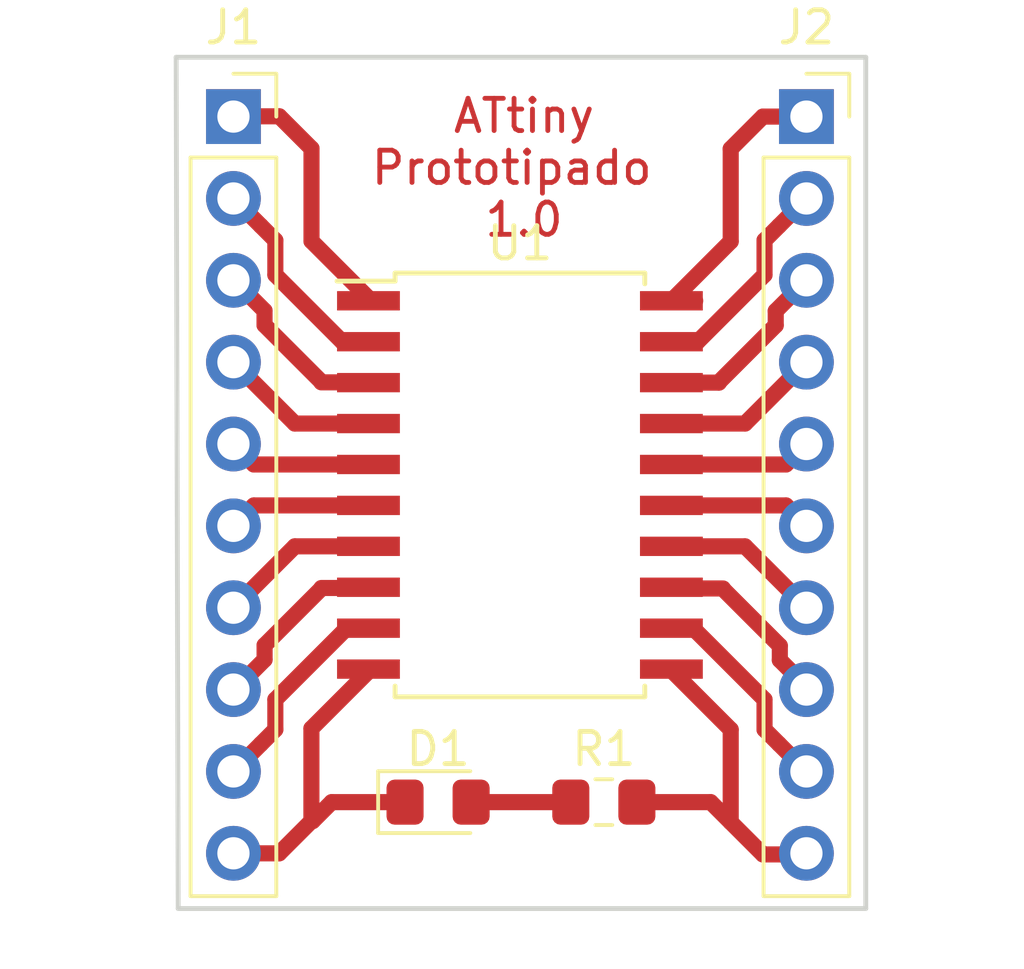
<source format=kicad_pcb>
(kicad_pcb (version 20171130) (host pcbnew "(5.0.2-4-g3082e92af)")

  (general
    (thickness 1.6)
    (drawings 5)
    (tracks 78)
    (zones 0)
    (modules 5)
    (nets 22)
  )

  (page User 431.8 279.4)
  (layers
    (0 F.Cu signal)
    (31 B.Cu signal)
    (32 B.Adhes user)
    (33 F.Adhes user)
    (34 B.Paste user)
    (35 F.Paste user)
    (36 B.SilkS user)
    (37 F.SilkS user)
    (38 B.Mask user)
    (39 F.Mask user)
    (40 Dwgs.User user)
    (41 Cmts.User user)
    (42 Eco1.User user)
    (43 Eco2.User user)
    (44 Edge.Cuts user)
    (45 Margin user)
    (46 B.CrtYd user)
    (47 F.CrtYd user)
    (48 B.Fab user)
    (49 F.Fab user)
  )

  (setup
    (last_trace_width 0.25)
    (user_trace_width 0.5)
    (trace_clearance 0.2)
    (zone_clearance 0.508)
    (zone_45_only no)
    (trace_min 0.2)
    (segment_width 0.2)
    (edge_width 0.15)
    (via_size 0.8)
    (via_drill 0.4)
    (via_min_size 0.4)
    (via_min_drill 0.3)
    (user_via 0.5 0.3)
    (uvia_size 0.3)
    (uvia_drill 0.1)
    (uvias_allowed no)
    (uvia_min_size 0.2)
    (uvia_min_drill 0.1)
    (pcb_text_width 0.3)
    (pcb_text_size 1.5 1.5)
    (mod_edge_width 0.15)
    (mod_text_size 1 1)
    (mod_text_width 0.15)
    (pad_size 1.524 1.524)
    (pad_drill 0.762)
    (pad_to_mask_clearance 0.051)
    (solder_mask_min_width 0.25)
    (aux_axis_origin 0 0)
    (visible_elements FFFFFF7F)
    (pcbplotparams
      (layerselection 0x010fc_ffffffff)
      (usegerberextensions false)
      (usegerberattributes false)
      (usegerberadvancedattributes false)
      (creategerberjobfile false)
      (excludeedgelayer true)
      (linewidth 0.100000)
      (plotframeref false)
      (viasonmask false)
      (mode 1)
      (useauxorigin false)
      (hpglpennumber 1)
      (hpglpenspeed 20)
      (hpglpendiameter 15.000000)
      (psnegative false)
      (psa4output false)
      (plotreference true)
      (plotvalue true)
      (plotinvisibletext false)
      (padsonsilk false)
      (subtractmaskfromsilk false)
      (outputformat 1)
      (mirror false)
      (drillshape 0)
      (scaleselection 1)
      (outputdirectory ""))
  )

  (net 0 "")
  (net 1 PB0)
  (net 2 PA7)
  (net 3 PA6)
  (net 4 PA5)
  (net 5 PA4)
  (net 6 PA3)
  (net 7 PA2)
  (net 8 PA1)
  (net 9 PA0)
  (net 10 Earth)
  (net 11 VCC)
  (net 12 PC5)
  (net 13 PC4)
  (net 14 PC3)
  (net 15 PC2)
  (net 16 PC1)
  (net 17 PC0)
  (net 18 PB3)
  (net 19 PB2)
  (net 20 PB1)
  (net 21 "Net-(D1-Pad2)")

  (net_class Default "This is the default net class."
    (clearance 0.2)
    (trace_width 0.25)
    (via_dia 0.8)
    (via_drill 0.4)
    (uvia_dia 0.3)
    (uvia_drill 0.1)
    (add_net Earth)
    (add_net "Net-(D1-Pad2)")
    (add_net PA0)
    (add_net PA1)
    (add_net PA2)
    (add_net PA3)
    (add_net PA4)
    (add_net PA5)
    (add_net PA6)
    (add_net PA7)
    (add_net PB0)
    (add_net PB1)
    (add_net PB2)
    (add_net PB3)
    (add_net PC0)
    (add_net PC1)
    (add_net PC2)
    (add_net PC3)
    (add_net PC4)
    (add_net PC5)
    (add_net VCC)
  )

  (net_class 2 ""
    (clearance 0.2)
    (trace_width 0.5)
    (via_dia 0.8)
    (via_drill 0.4)
    (uvia_dia 0.3)
    (uvia_drill 0.1)
  )

  (module Connector_PinSocket_2.54mm:PinSocket_1x10_P2.54mm_Vertical (layer F.Cu) (tedit 5A19A425) (tstamp 5C777D96)
    (at 96.647 65.9765)
    (descr "Through hole straight socket strip, 1x10, 2.54mm pitch, single row (from Kicad 4.0.7), script generated")
    (tags "Through hole socket strip THT 1x10 2.54mm single row")
    (path /5C6AE98F)
    (fp_text reference J1 (at 0 -2.77) (layer F.SilkS)
      (effects (font (size 1 1) (thickness 0.15)))
    )
    (fp_text value Conector_izquierdo (at 0 25.63) (layer F.Fab)
      (effects (font (size 1 1) (thickness 0.15)))
    )
    (fp_line (start -1.27 -1.27) (end 0.635 -1.27) (layer F.Fab) (width 0.1))
    (fp_line (start 0.635 -1.27) (end 1.27 -0.635) (layer F.Fab) (width 0.1))
    (fp_line (start 1.27 -0.635) (end 1.27 24.13) (layer F.Fab) (width 0.1))
    (fp_line (start 1.27 24.13) (end -1.27 24.13) (layer F.Fab) (width 0.1))
    (fp_line (start -1.27 24.13) (end -1.27 -1.27) (layer F.Fab) (width 0.1))
    (fp_line (start -1.33 1.27) (end 1.33 1.27) (layer F.SilkS) (width 0.12))
    (fp_line (start -1.33 1.27) (end -1.33 24.19) (layer F.SilkS) (width 0.12))
    (fp_line (start -1.33 24.19) (end 1.33 24.19) (layer F.SilkS) (width 0.12))
    (fp_line (start 1.33 1.27) (end 1.33 24.19) (layer F.SilkS) (width 0.12))
    (fp_line (start 1.33 -1.33) (end 1.33 0) (layer F.SilkS) (width 0.12))
    (fp_line (start 0 -1.33) (end 1.33 -1.33) (layer F.SilkS) (width 0.12))
    (fp_line (start -1.8 -1.8) (end 1.75 -1.8) (layer F.CrtYd) (width 0.05))
    (fp_line (start 1.75 -1.8) (end 1.75 24.6) (layer F.CrtYd) (width 0.05))
    (fp_line (start 1.75 24.6) (end -1.8 24.6) (layer F.CrtYd) (width 0.05))
    (fp_line (start -1.8 24.6) (end -1.8 -1.8) (layer F.CrtYd) (width 0.05))
    (fp_text user %R (at 0 11.43 90) (layer F.Fab)
      (effects (font (size 1 1) (thickness 0.15)))
    )
    (pad 1 thru_hole rect (at 0 0) (size 1.7 1.7) (drill 1) (layers *.Cu *.Mask)
      (net 1 PB0))
    (pad 2 thru_hole oval (at 0 2.54) (size 1.7 1.7) (drill 1) (layers *.Cu *.Mask)
      (net 2 PA7))
    (pad 3 thru_hole oval (at 0 5.08) (size 1.7 1.7) (drill 1) (layers *.Cu *.Mask)
      (net 3 PA6))
    (pad 4 thru_hole oval (at 0 7.62) (size 1.7 1.7) (drill 1) (layers *.Cu *.Mask)
      (net 4 PA5))
    (pad 5 thru_hole oval (at 0 10.16) (size 1.7 1.7) (drill 1) (layers *.Cu *.Mask)
      (net 5 PA4))
    (pad 6 thru_hole oval (at 0 12.7) (size 1.7 1.7) (drill 1) (layers *.Cu *.Mask)
      (net 6 PA3))
    (pad 7 thru_hole oval (at 0 15.24) (size 1.7 1.7) (drill 1) (layers *.Cu *.Mask)
      (net 7 PA2))
    (pad 8 thru_hole oval (at 0 17.78) (size 1.7 1.7) (drill 1) (layers *.Cu *.Mask)
      (net 8 PA1))
    (pad 9 thru_hole oval (at 0 20.32) (size 1.7 1.7) (drill 1) (layers *.Cu *.Mask)
      (net 9 PA0))
    (pad 10 thru_hole oval (at 0 22.86) (size 1.7 1.7) (drill 1) (layers *.Cu *.Mask)
      (net 10 Earth))
    (model ${KISYS3DMOD}/Connector_PinSocket_2.54mm.3dshapes/PinSocket_1x10_P2.54mm_Vertical.wrl
      (at (xyz 0 0 0))
      (scale (xyz 1 1 1))
      (rotate (xyz 0 0 0))
    )
  )

  (module Connector_PinSocket_2.54mm:PinSocket_1x10_P2.54mm_Vertical (layer F.Cu) (tedit 5A19A425) (tstamp 5C7777B6)
    (at 114.427 65.9765)
    (descr "Through hole straight socket strip, 1x10, 2.54mm pitch, single row (from Kicad 4.0.7), script generated")
    (tags "Through hole socket strip THT 1x10 2.54mm single row")
    (path /5C6AEAFC)
    (fp_text reference J2 (at 0 -2.77) (layer F.SilkS)
      (effects (font (size 1 1) (thickness 0.15)))
    )
    (fp_text value Conector_derecho (at 0 25.63) (layer F.Fab)
      (effects (font (size 1 1) (thickness 0.15)))
    )
    (fp_text user %R (at 0 11.43 90) (layer F.Fab)
      (effects (font (size 1 1) (thickness 0.15)))
    )
    (fp_line (start -1.8 24.6) (end -1.8 -1.8) (layer F.CrtYd) (width 0.05))
    (fp_line (start 1.75 24.6) (end -1.8 24.6) (layer F.CrtYd) (width 0.05))
    (fp_line (start 1.75 -1.8) (end 1.75 24.6) (layer F.CrtYd) (width 0.05))
    (fp_line (start -1.8 -1.8) (end 1.75 -1.8) (layer F.CrtYd) (width 0.05))
    (fp_line (start 0 -1.33) (end 1.33 -1.33) (layer F.SilkS) (width 0.12))
    (fp_line (start 1.33 -1.33) (end 1.33 0) (layer F.SilkS) (width 0.12))
    (fp_line (start 1.33 1.27) (end 1.33 24.19) (layer F.SilkS) (width 0.12))
    (fp_line (start -1.33 24.19) (end 1.33 24.19) (layer F.SilkS) (width 0.12))
    (fp_line (start -1.33 1.27) (end -1.33 24.19) (layer F.SilkS) (width 0.12))
    (fp_line (start -1.33 1.27) (end 1.33 1.27) (layer F.SilkS) (width 0.12))
    (fp_line (start -1.27 24.13) (end -1.27 -1.27) (layer F.Fab) (width 0.1))
    (fp_line (start 1.27 24.13) (end -1.27 24.13) (layer F.Fab) (width 0.1))
    (fp_line (start 1.27 -0.635) (end 1.27 24.13) (layer F.Fab) (width 0.1))
    (fp_line (start 0.635 -1.27) (end 1.27 -0.635) (layer F.Fab) (width 0.1))
    (fp_line (start -1.27 -1.27) (end 0.635 -1.27) (layer F.Fab) (width 0.1))
    (pad 10 thru_hole oval (at 0 22.86) (size 1.7 1.7) (drill 1) (layers *.Cu *.Mask)
      (net 11 VCC))
    (pad 9 thru_hole oval (at 0 20.32) (size 1.7 1.7) (drill 1) (layers *.Cu *.Mask)
      (net 12 PC5))
    (pad 8 thru_hole oval (at 0 17.78) (size 1.7 1.7) (drill 1) (layers *.Cu *.Mask)
      (net 13 PC4))
    (pad 7 thru_hole oval (at 0 15.24) (size 1.7 1.7) (drill 1) (layers *.Cu *.Mask)
      (net 14 PC3))
    (pad 6 thru_hole oval (at 0 12.7) (size 1.7 1.7) (drill 1) (layers *.Cu *.Mask)
      (net 15 PC2))
    (pad 5 thru_hole oval (at 0 10.16) (size 1.7 1.7) (drill 1) (layers *.Cu *.Mask)
      (net 16 PC1))
    (pad 4 thru_hole oval (at 0 7.62) (size 1.7 1.7) (drill 1) (layers *.Cu *.Mask)
      (net 17 PC0))
    (pad 3 thru_hole oval (at 0 5.08) (size 1.7 1.7) (drill 1) (layers *.Cu *.Mask)
      (net 18 PB3))
    (pad 2 thru_hole oval (at 0 2.54) (size 1.7 1.7) (drill 1) (layers *.Cu *.Mask)
      (net 19 PB2))
    (pad 1 thru_hole rect (at 0 0) (size 1.7 1.7) (drill 1) (layers *.Cu *.Mask)
      (net 20 PB1))
    (model ${KISYS3DMOD}/Connector_PinSocket_2.54mm.3dshapes/PinSocket_1x10_P2.54mm_Vertical.wrl
      (at (xyz 0 0 0))
      (scale (xyz 1 1 1))
      (rotate (xyz 0 0 0))
    )
  )

  (module Package_SO:SOIC-20W_7.5x12.8mm_P1.27mm (layer F.Cu) (tedit 5A02F2D3) (tstamp 5C777749)
    (at 105.537 77.4065)
    (descr "20-Lead Plastic Small Outline (SO) - Wide, 7.50 mm Body [SOIC] (see Microchip Packaging Specification 00000049BS.pdf)")
    (tags "SOIC 1.27")
    (path /5C6AE83B)
    (attr smd)
    (fp_text reference U1 (at 0 -7.5) (layer F.SilkS)
      (effects (font (size 1 1) (thickness 0.15)))
    )
    (fp_text value ATtiny1634-SU (at 0 7.5) (layer F.Fab)
      (effects (font (size 1 1) (thickness 0.15)))
    )
    (fp_text user %R (at 0 0) (layer F.Fab)
      (effects (font (size 1 1) (thickness 0.15)))
    )
    (fp_line (start -2.75 -6.4) (end 3.75 -6.4) (layer F.Fab) (width 0.15))
    (fp_line (start 3.75 -6.4) (end 3.75 6.4) (layer F.Fab) (width 0.15))
    (fp_line (start 3.75 6.4) (end -3.75 6.4) (layer F.Fab) (width 0.15))
    (fp_line (start -3.75 6.4) (end -3.75 -5.4) (layer F.Fab) (width 0.15))
    (fp_line (start -3.75 -5.4) (end -2.75 -6.4) (layer F.Fab) (width 0.15))
    (fp_line (start -5.95 -6.75) (end -5.95 6.75) (layer F.CrtYd) (width 0.05))
    (fp_line (start 5.95 -6.75) (end 5.95 6.75) (layer F.CrtYd) (width 0.05))
    (fp_line (start -5.95 -6.75) (end 5.95 -6.75) (layer F.CrtYd) (width 0.05))
    (fp_line (start -5.95 6.75) (end 5.95 6.75) (layer F.CrtYd) (width 0.05))
    (fp_line (start -3.875 -6.575) (end -3.875 -6.325) (layer F.SilkS) (width 0.15))
    (fp_line (start 3.875 -6.575) (end 3.875 -6.24) (layer F.SilkS) (width 0.15))
    (fp_line (start 3.875 6.575) (end 3.875 6.24) (layer F.SilkS) (width 0.15))
    (fp_line (start -3.875 6.575) (end -3.875 6.24) (layer F.SilkS) (width 0.15))
    (fp_line (start -3.875 -6.575) (end 3.875 -6.575) (layer F.SilkS) (width 0.15))
    (fp_line (start -3.875 6.575) (end 3.875 6.575) (layer F.SilkS) (width 0.15))
    (fp_line (start -3.875 -6.325) (end -5.675 -6.325) (layer F.SilkS) (width 0.15))
    (pad 1 smd rect (at -4.7 -5.715) (size 1.95 0.6) (layers F.Cu F.Paste F.Mask)
      (net 1 PB0))
    (pad 2 smd rect (at -4.7 -4.445) (size 1.95 0.6) (layers F.Cu F.Paste F.Mask)
      (net 2 PA7))
    (pad 3 smd rect (at -4.7 -3.175) (size 1.95 0.6) (layers F.Cu F.Paste F.Mask)
      (net 3 PA6))
    (pad 4 smd rect (at -4.7 -1.905) (size 1.95 0.6) (layers F.Cu F.Paste F.Mask)
      (net 4 PA5))
    (pad 5 smd rect (at -4.7 -0.635) (size 1.95 0.6) (layers F.Cu F.Paste F.Mask)
      (net 5 PA4))
    (pad 6 smd rect (at -4.7 0.635) (size 1.95 0.6) (layers F.Cu F.Paste F.Mask)
      (net 6 PA3))
    (pad 7 smd rect (at -4.7 1.905) (size 1.95 0.6) (layers F.Cu F.Paste F.Mask)
      (net 7 PA2))
    (pad 8 smd rect (at -4.7 3.175) (size 1.95 0.6) (layers F.Cu F.Paste F.Mask)
      (net 8 PA1))
    (pad 9 smd rect (at -4.7 4.445) (size 1.95 0.6) (layers F.Cu F.Paste F.Mask)
      (net 9 PA0))
    (pad 10 smd rect (at -4.7 5.715) (size 1.95 0.6) (layers F.Cu F.Paste F.Mask)
      (net 10 Earth))
    (pad 11 smd rect (at 4.7 5.715) (size 1.95 0.6) (layers F.Cu F.Paste F.Mask)
      (net 11 VCC))
    (pad 12 smd rect (at 4.7 4.445) (size 1.95 0.6) (layers F.Cu F.Paste F.Mask)
      (net 12 PC5))
    (pad 13 smd rect (at 4.7 3.175) (size 1.95 0.6) (layers F.Cu F.Paste F.Mask)
      (net 13 PC4))
    (pad 14 smd rect (at 4.7 1.905) (size 1.95 0.6) (layers F.Cu F.Paste F.Mask)
      (net 14 PC3))
    (pad 15 smd rect (at 4.7 0.635) (size 1.95 0.6) (layers F.Cu F.Paste F.Mask)
      (net 15 PC2))
    (pad 16 smd rect (at 4.7 -0.635) (size 1.95 0.6) (layers F.Cu F.Paste F.Mask)
      (net 16 PC1))
    (pad 17 smd rect (at 4.7 -1.905) (size 1.95 0.6) (layers F.Cu F.Paste F.Mask)
      (net 17 PC0))
    (pad 18 smd rect (at 4.7 -3.175) (size 1.95 0.6) (layers F.Cu F.Paste F.Mask)
      (net 18 PB3))
    (pad 19 smd rect (at 4.7 -4.445) (size 1.95 0.6) (layers F.Cu F.Paste F.Mask)
      (net 19 PB2))
    (pad 20 smd rect (at 4.7 -5.715) (size 1.95 0.6) (layers F.Cu F.Paste F.Mask)
      (net 20 PB1))
    (model ${KISYS3DMOD}/Package_SO.3dshapes/SOIC-20W_7.5x12.8mm_P1.27mm.wrl
      (at (xyz 0 0 0))
      (scale (xyz 1 1 1))
      (rotate (xyz 0 0 0))
    )
  )

  (module LED_SMD:LED_0805_2012Metric_Pad1.15x1.40mm_HandSolder (layer F.Cu) (tedit 5B4B45C9) (tstamp 5C7782CB)
    (at 102.997 87.249)
    (descr "LED SMD 0805 (2012 Metric), square (rectangular) end terminal, IPC_7351 nominal, (Body size source: https://docs.google.com/spreadsheets/d/1BsfQQcO9C6DZCsRaXUlFlo91Tg2WpOkGARC1WS5S8t0/edit?usp=sharing), generated with kicad-footprint-generator")
    (tags "LED handsolder")
    (path /5C6B3893)
    (attr smd)
    (fp_text reference D1 (at 0 -1.65) (layer F.SilkS)
      (effects (font (size 1 1) (thickness 0.15)))
    )
    (fp_text value LED (at 0 1.65) (layer F.Fab)
      (effects (font (size 1 1) (thickness 0.15)))
    )
    (fp_line (start 1 -0.6) (end -0.7 -0.6) (layer F.Fab) (width 0.1))
    (fp_line (start -0.7 -0.6) (end -1 -0.3) (layer F.Fab) (width 0.1))
    (fp_line (start -1 -0.3) (end -1 0.6) (layer F.Fab) (width 0.1))
    (fp_line (start -1 0.6) (end 1 0.6) (layer F.Fab) (width 0.1))
    (fp_line (start 1 0.6) (end 1 -0.6) (layer F.Fab) (width 0.1))
    (fp_line (start 1 -0.96) (end -1.86 -0.96) (layer F.SilkS) (width 0.12))
    (fp_line (start -1.86 -0.96) (end -1.86 0.96) (layer F.SilkS) (width 0.12))
    (fp_line (start -1.86 0.96) (end 1 0.96) (layer F.SilkS) (width 0.12))
    (fp_line (start -1.85 0.95) (end -1.85 -0.95) (layer F.CrtYd) (width 0.05))
    (fp_line (start -1.85 -0.95) (end 1.85 -0.95) (layer F.CrtYd) (width 0.05))
    (fp_line (start 1.85 -0.95) (end 1.85 0.95) (layer F.CrtYd) (width 0.05))
    (fp_line (start 1.85 0.95) (end -1.85 0.95) (layer F.CrtYd) (width 0.05))
    (fp_text user %R (at 0 0) (layer F.Fab)
      (effects (font (size 0.5 0.5) (thickness 0.08)))
    )
    (pad 1 smd roundrect (at -1.025 0) (size 1.15 1.4) (layers F.Cu F.Paste F.Mask) (roundrect_rratio 0.217391)
      (net 10 Earth))
    (pad 2 smd roundrect (at 1.025 0) (size 1.15 1.4) (layers F.Cu F.Paste F.Mask) (roundrect_rratio 0.217391)
      (net 21 "Net-(D1-Pad2)"))
    (model ${KISYS3DMOD}/LED_SMD.3dshapes/LED_0805_2012Metric.wrl
      (at (xyz 0 0 0))
      (scale (xyz 1 1 1))
      (rotate (xyz 0 0 0))
    )
  )

  (module Resistor_SMD:R_0805_2012Metric_Pad1.15x1.40mm_HandSolder (layer F.Cu) (tedit 5B36C52B) (tstamp 5C7782DC)
    (at 108.1405 87.249)
    (descr "Resistor SMD 0805 (2012 Metric), square (rectangular) end terminal, IPC_7351 nominal with elongated pad for handsoldering. (Body size source: https://docs.google.com/spreadsheets/d/1BsfQQcO9C6DZCsRaXUlFlo91Tg2WpOkGARC1WS5S8t0/edit?usp=sharing), generated with kicad-footprint-generator")
    (tags "resistor handsolder")
    (path /5C6B3A8E)
    (attr smd)
    (fp_text reference R1 (at 0 -1.65) (layer F.SilkS)
      (effects (font (size 1 1) (thickness 0.15)))
    )
    (fp_text value R (at 0 1.65) (layer F.Fab)
      (effects (font (size 1 1) (thickness 0.15)))
    )
    (fp_line (start -1 0.6) (end -1 -0.6) (layer F.Fab) (width 0.1))
    (fp_line (start -1 -0.6) (end 1 -0.6) (layer F.Fab) (width 0.1))
    (fp_line (start 1 -0.6) (end 1 0.6) (layer F.Fab) (width 0.1))
    (fp_line (start 1 0.6) (end -1 0.6) (layer F.Fab) (width 0.1))
    (fp_line (start -0.261252 -0.71) (end 0.261252 -0.71) (layer F.SilkS) (width 0.12))
    (fp_line (start -0.261252 0.71) (end 0.261252 0.71) (layer F.SilkS) (width 0.12))
    (fp_line (start -1.85 0.95) (end -1.85 -0.95) (layer F.CrtYd) (width 0.05))
    (fp_line (start -1.85 -0.95) (end 1.85 -0.95) (layer F.CrtYd) (width 0.05))
    (fp_line (start 1.85 -0.95) (end 1.85 0.95) (layer F.CrtYd) (width 0.05))
    (fp_line (start 1.85 0.95) (end -1.85 0.95) (layer F.CrtYd) (width 0.05))
    (fp_text user %R (at 0 0) (layer F.Fab)
      (effects (font (size 0.5 0.5) (thickness 0.08)))
    )
    (pad 1 smd roundrect (at -1.025 0) (size 1.15 1.4) (layers F.Cu F.Paste F.Mask) (roundrect_rratio 0.217391)
      (net 21 "Net-(D1-Pad2)"))
    (pad 2 smd roundrect (at 1.025 0) (size 1.15 1.4) (layers F.Cu F.Paste F.Mask) (roundrect_rratio 0.217391)
      (net 11 VCC))
    (model ${KISYS3DMOD}/Resistor_SMD.3dshapes/R_0805_2012Metric.wrl
      (at (xyz 0 0 0))
      (scale (xyz 1 1 1))
      (rotate (xyz 0 0 0))
    )
  )

  (gr_text "ATtiny\nPrototipado \n1.0" (at 105.664 67.564) (layer F.Cu)
    (effects (font (size 1 1) (thickness 0.15)))
  )
  (gr_line (start 94.869 64.135) (end 116.2685 64.135) (layer Edge.Cuts) (width 0.15))
  (gr_line (start 94.9325 90.551) (end 94.869 64.135) (layer Edge.Cuts) (width 0.15))
  (gr_line (start 116.2685 90.551) (end 94.9325 90.551) (layer Edge.Cuts) (width 0.15))
  (gr_line (start 116.2685 64.135) (end 116.2685 90.551) (layer Edge.Cuts) (width 0.15))

  (segment (start 99.068959 69.840897) (end 99.068959 66.966897) (width 0.5) (layer F.Cu) (net 1) (tstamp 5C77813A))
  (segment (start 100.909459 71.681397) (end 99.068959 69.840897) (width 0.5) (layer F.Cu) (net 1) (tstamp 5C77813B) (status 10))
  (segment (start 98.069459 65.967397) (end 96.719459 65.967397) (width 0.5) (layer F.Cu) (net 1) (tstamp 5C77813C) (status 20))
  (segment (start 99.068959 66.966897) (end 98.069459 65.967397) (width 0.5) (layer F.Cu) (net 1) (tstamp 5C77813D))
  (segment (start 97.496999 69.366499) (end 96.647 68.5165) (width 0.5) (layer F.Cu) (net 2) (status 30))
  (segment (start 97.947001 69.816501) (end 97.496999 69.366499) (width 0.5) (layer F.Cu) (net 2) (status 20))
  (segment (start 97.947001 70.886503) (end 97.947001 69.816501) (width 0.5) (layer F.Cu) (net 2))
  (segment (start 100.021998 72.9615) (end 97.947001 70.886503) (width 0.5) (layer F.Cu) (net 2) (status 10))
  (segment (start 100.837 72.9615) (end 100.021998 72.9615) (width 0.5) (layer F.Cu) (net 2) (status 30))
  (segment (start 99.374143 74.207181) (end 97.611643 72.444681) (width 0.5) (layer F.Cu) (net 3) (tstamp 5C778050))
  (segment (start 97.611643 72.444681) (end 97.611643 72.000181) (width 0.5) (layer F.Cu) (net 3) (tstamp 5C778051))
  (segment (start 100.849143 74.222681) (end 99.374143 74.222681) (width 0.5) (layer F.Cu) (net 3) (tstamp 5C778052) (status 10))
  (segment (start 97.611643 72.000181) (end 96.659143 71.047681) (width 0.5) (layer F.Cu) (net 3) (tstamp 5C778053) (status 20))
  (segment (start 98.552 75.5015) (end 96.647 73.5965) (width 0.5) (layer F.Cu) (net 4) (status 20))
  (segment (start 100.837 75.5015) (end 98.552 75.5015) (width 0.5) (layer F.Cu) (net 4) (status 10))
  (segment (start 97.282 76.7715) (end 96.647 76.1365) (width 0.5) (layer F.Cu) (net 5) (status 30))
  (segment (start 100.837 76.7715) (end 97.282 76.7715) (width 0.5) (layer F.Cu) (net 5) (status 30))
  (segment (start 97.282 78.0415) (end 96.647 78.6765) (width 0.5) (layer F.Cu) (net 6) (status 30))
  (segment (start 100.837 78.0415) (end 97.282 78.0415) (width 0.5) (layer F.Cu) (net 6) (status 30))
  (segment (start 98.552 79.3115) (end 96.647 81.2165) (width 0.5) (layer F.Cu) (net 7) (status 20))
  (segment (start 100.837 79.3115) (end 98.552 79.3115) (width 0.5) (layer F.Cu) (net 7) (status 10))
  (segment (start 97.613585 82.382014) (end 97.613585 82.826514) (width 0.5) (layer F.Cu) (net 8) (tstamp 5C778038))
  (segment (start 100.851085 80.604014) (end 99.376085 80.604014) (width 0.5) (layer F.Cu) (net 8) (tstamp 5C778039) (status 10))
  (segment (start 99.376085 80.619514) (end 97.613585 82.382014) (width 0.5) (layer F.Cu) (net 8) (tstamp 5C77803A))
  (segment (start 97.613585 82.826514) (end 96.661085 83.779014) (width 0.5) (layer F.Cu) (net 8) (tstamp 5C77803B) (status 20))
  (segment (start 97.496999 85.446501) (end 96.647 86.2965) (width 0.5) (layer F.Cu) (net 9) (status 30))
  (segment (start 97.947001 84.996499) (end 97.496999 85.446501) (width 0.5) (layer F.Cu) (net 9) (status 20))
  (segment (start 97.947001 84.066499) (end 97.947001 84.996499) (width 0.5) (layer F.Cu) (net 9))
  (segment (start 100.162 81.8515) (end 97.947001 84.066499) (width 0.5) (layer F.Cu) (net 9) (status 10))
  (segment (start 100.837 81.8515) (end 100.162 81.8515) (width 0.5) (layer F.Cu) (net 9) (status 30))
  (segment (start 99.066067 87.838125) (end 98.066567 88.837625) (width 0.5) (layer F.Cu) (net 10) (tstamp 5C778165))
  (segment (start 100.906567 83.123625) (end 99.066067 84.964125) (width 0.5) (layer F.Cu) (net 10) (tstamp 5C778166) (status 10))
  (segment (start 98.066567 88.837625) (end 96.716567 88.837625) (width 0.5) (layer F.Cu) (net 10) (tstamp 5C778167) (status 20))
  (segment (start 99.066067 84.964125) (end 99.066067 87.838125) (width 0.5) (layer F.Cu) (net 10) (tstamp 5C778168))
  (segment (start 99.066067 87.838125) (end 99.105875 87.838125) (width 0.5) (layer F.Cu) (net 10))
  (segment (start 99.695 87.249) (end 101.972 87.249) (width 0.5) (layer F.Cu) (net 10))
  (segment (start 99.105875 87.838125) (end 99.695 87.249) (width 0.5) (layer F.Cu) (net 10))
  (segment (start 112.0775 84.997688) (end 112.0775 87.871688) (width 0.5) (layer F.Cu) (net 11) (tstamp 5C77813A))
  (segment (start 110.237 83.157188) (end 112.0775 84.997688) (width 0.5) (layer F.Cu) (net 11) (tstamp 5C77813B) (status 10))
  (segment (start 113.077 88.871188) (end 114.427 88.871188) (width 0.5) (layer F.Cu) (net 11) (tstamp 5C77813C) (status 20))
  (segment (start 112.0775 87.871688) (end 113.077 88.871188) (width 0.5) (layer F.Cu) (net 11) (tstamp 5C77813D))
  (segment (start 111.454812 87.249) (end 109.1655 87.249) (width 0.5) (layer F.Cu) (net 11))
  (segment (start 112.0775 87.871688) (end 111.454812 87.249) (width 0.5) (layer F.Cu) (net 11))
  (segment (start 113.126999 84.996499) (end 113.577001 85.446501) (width 0.5) (layer F.Cu) (net 12) (status 20))
  (segment (start 113.577001 85.446501) (end 114.427 86.2965) (width 0.5) (layer F.Cu) (net 12) (status 30))
  (segment (start 113.126999 84.066499) (end 113.126999 84.996499) (width 0.5) (layer F.Cu) (net 12))
  (segment (start 110.912 81.8515) (end 113.126999 84.066499) (width 0.5) (layer F.Cu) (net 12) (status 10))
  (segment (start 110.237 81.8515) (end 110.912 81.8515) (width 0.5) (layer F.Cu) (net 12) (status 30))
  (segment (start 110.364 80.618724) (end 111.839 80.618724) (width 0.5) (layer F.Cu) (net 13) (tstamp 5C777FC7) (status 10))
  (segment (start 111.839 80.634224) (end 113.6015 82.396724) (width 0.5) (layer F.Cu) (net 13) (tstamp 5C777FC8))
  (segment (start 113.6015 82.841224) (end 114.554 83.793724) (width 0.5) (layer F.Cu) (net 13) (tstamp 5C777FC9) (status 20))
  (segment (start 113.6015 82.396724) (end 113.6015 82.841224) (width 0.5) (layer F.Cu) (net 13) (tstamp 5C777FCA))
  (segment (start 112.522 79.3115) (end 114.427 81.2165) (width 0.5) (layer F.Cu) (net 14) (status 20))
  (segment (start 110.237 79.3115) (end 112.522 79.3115) (width 0.5) (layer F.Cu) (net 14) (status 10))
  (segment (start 113.792 78.0415) (end 114.427 78.6765) (width 0.5) (layer F.Cu) (net 15) (status 30))
  (segment (start 110.237 78.0415) (end 113.792 78.0415) (width 0.5) (layer F.Cu) (net 15) (status 30))
  (segment (start 113.792 76.7715) (end 114.427 76.1365) (width 0.5) (layer F.Cu) (net 16) (status 30))
  (segment (start 110.237 76.7715) (end 113.792 76.7715) (width 0.5) (layer F.Cu) (net 16) (status 30))
  (segment (start 112.522 75.5015) (end 114.427 73.5965) (width 0.5) (layer F.Cu) (net 17) (status 20))
  (segment (start 110.237 75.5015) (end 112.522 75.5015) (width 0.5) (layer F.Cu) (net 17) (status 10))
  (segment (start 110.237 74.2315) (end 110.912 74.2315) (width 0.5) (layer F.Cu) (net 18) (status 30))
  (segment (start 110.237 74.2315) (end 111.712 74.2315) (width 0.5) (layer F.Cu) (net 18) (status 10))
  (segment (start 111.712 74.2315) (end 111.712 74.216) (width 0.5) (layer F.Cu) (net 18))
  (segment (start 111.712 74.216) (end 113.4745 72.4535) (width 0.5) (layer F.Cu) (net 18))
  (segment (start 113.4745 72.009) (end 114.427 71.0565) (width 0.5) (layer F.Cu) (net 18) (status 20))
  (segment (start 113.4745 72.4535) (end 113.4745 72.009) (width 0.5) (layer F.Cu) (net 18))
  (segment (start 113.577001 69.366499) (end 114.427 68.5165) (width 0.5) (layer F.Cu) (net 19) (status 30))
  (segment (start 113.126999 69.816501) (end 113.577001 69.366499) (width 0.5) (layer F.Cu) (net 19) (status 20))
  (segment (start 113.126999 70.886503) (end 113.126999 69.816501) (width 0.5) (layer F.Cu) (net 19))
  (segment (start 111.052002 72.9615) (end 113.126999 70.886503) (width 0.5) (layer F.Cu) (net 19) (status 10))
  (segment (start 110.237 72.9615) (end 111.052002 72.9615) (width 0.5) (layer F.Cu) (net 19) (status 30))
  (segment (start 110.3005 71.6915) (end 110.9755 71.6915) (width 0.5) (layer F.Cu) (net 20) (status 30))
  (segment (start 110.237 71.6915) (end 110.237 71.6905) (width 0.5) (layer F.Cu) (net 20) (status 30))
  (segment (start 110.237 71.6905) (end 112.0775 69.85) (width 0.5) (layer F.Cu) (net 20) (status 10))
  (segment (start 113.077 65.9765) (end 114.427 65.9765) (width 0.5) (layer F.Cu) (net 20) (status 20))
  (segment (start 112.0775 66.976) (end 113.077 65.9765) (width 0.5) (layer F.Cu) (net 20))
  (segment (start 112.0775 69.85) (end 112.0775 66.976) (width 0.5) (layer F.Cu) (net 20))
  (segment (start 107.1155 87.249) (end 104.022 87.249) (width 0.5) (layer F.Cu) (net 21))

)

</source>
